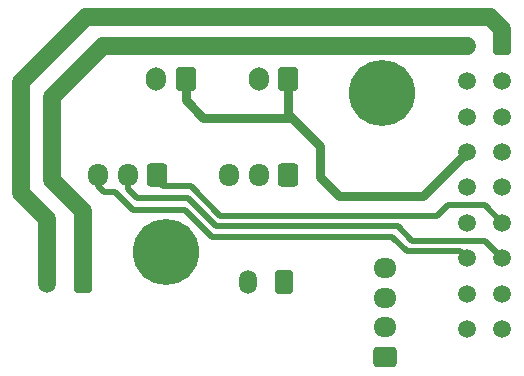
<source format=gbr>
%TF.GenerationSoftware,KiCad,Pcbnew,(6.0.6)*%
%TF.CreationDate,2022-08-05T00:51:14+02:00*%
%TF.ProjectId,toolhead_pcb,746f6f6c-6865-4616-945f-7063622e6b69,rev?*%
%TF.SameCoordinates,Original*%
%TF.FileFunction,Copper,L2,Bot*%
%TF.FilePolarity,Positive*%
%FSLAX46Y46*%
G04 Gerber Fmt 4.6, Leading zero omitted, Abs format (unit mm)*
G04 Created by KiCad (PCBNEW (6.0.6)) date 2022-08-05 00:51:14*
%MOMM*%
%LPD*%
G01*
G04 APERTURE LIST*
G04 Aperture macros list*
%AMRoundRect*
0 Rectangle with rounded corners*
0 $1 Rounding radius*
0 $2 $3 $4 $5 $6 $7 $8 $9 X,Y pos of 4 corners*
0 Add a 4 corners polygon primitive as box body*
4,1,4,$2,$3,$4,$5,$6,$7,$8,$9,$2,$3,0*
0 Add four circle primitives for the rounded corners*
1,1,$1+$1,$2,$3*
1,1,$1+$1,$4,$5*
1,1,$1+$1,$6,$7*
1,1,$1+$1,$8,$9*
0 Add four rect primitives between the rounded corners*
20,1,$1+$1,$2,$3,$4,$5,0*
20,1,$1+$1,$4,$5,$6,$7,0*
20,1,$1+$1,$6,$7,$8,$9,0*
20,1,$1+$1,$8,$9,$2,$3,0*%
G04 Aperture macros list end*
%TA.AperFunction,ComponentPad*%
%ADD10RoundRect,0.250001X0.499999X0.759999X-0.499999X0.759999X-0.499999X-0.759999X0.499999X-0.759999X0*%
%TD*%
%TA.AperFunction,ComponentPad*%
%ADD11O,1.500000X2.020000*%
%TD*%
%TA.AperFunction,ComponentPad*%
%ADD12C,5.600000*%
%TD*%
%TA.AperFunction,ComponentPad*%
%ADD13RoundRect,0.250000X0.600000X0.725000X-0.600000X0.725000X-0.600000X-0.725000X0.600000X-0.725000X0*%
%TD*%
%TA.AperFunction,ComponentPad*%
%ADD14O,1.700000X1.950000*%
%TD*%
%TA.AperFunction,ComponentPad*%
%ADD15RoundRect,0.250000X0.725000X-0.600000X0.725000X0.600000X-0.725000X0.600000X-0.725000X-0.600000X0*%
%TD*%
%TA.AperFunction,ComponentPad*%
%ADD16O,1.950000X1.700000*%
%TD*%
%TA.AperFunction,ComponentPad*%
%ADD17RoundRect,0.250000X0.600000X0.750000X-0.600000X0.750000X-0.600000X-0.750000X0.600000X-0.750000X0*%
%TD*%
%TA.AperFunction,ComponentPad*%
%ADD18O,1.700000X2.000000*%
%TD*%
%TA.AperFunction,ComponentPad*%
%ADD19RoundRect,0.250001X-0.499999X0.499999X-0.499999X-0.499999X0.499999X-0.499999X0.499999X0.499999X0*%
%TD*%
%TA.AperFunction,ComponentPad*%
%ADD20C,1.500000*%
%TD*%
%TA.AperFunction,Conductor*%
%ADD21C,0.508000*%
%TD*%
%TA.AperFunction,Conductor*%
%ADD22C,1.524000*%
%TD*%
%TA.AperFunction,Conductor*%
%ADD23C,0.762000*%
%TD*%
G04 APERTURE END LIST*
D10*
%TO.P,Therm 0,1*%
%TO.N,N/C*%
X92000000Y-102480000D03*
D11*
%TO.P,Therm 0,2*%
X89000000Y-102480000D03*
%TD*%
D12*
%TO.P,REF\u002A\u002A,1*%
%TO.N,N/C*%
X100350000Y-86500000D03*
%TD*%
D13*
%TO.P,Neo Pixel,1*%
%TO.N,N/C*%
X81300000Y-93425000D03*
D14*
%TO.P,Neo Pixel,2*%
X78800000Y-93425000D03*
%TO.P,Neo Pixel,3*%
X76300000Y-93425000D03*
%TD*%
D15*
%TO.P,E-Motor,1*%
%TO.N,N/C*%
X100575000Y-108850000D03*
D16*
%TO.P,E-Motor,2*%
X100575000Y-106350000D03*
%TO.P,E-Motor,3*%
X100575000Y-103850000D03*
%TO.P,E-Motor,4*%
X100575000Y-101350000D03*
%TD*%
D12*
%TO.P,REF\u002A\u002A,1*%
%TO.N,N/C*%
X82000000Y-100000000D03*
%TD*%
D10*
%TO.P,Hotend,1*%
%TO.N,N/C*%
X75000000Y-102430000D03*
D11*
%TO.P,Hotend,2*%
X72000000Y-102430000D03*
%TD*%
D17*
%TO.P,Fan 1,1*%
%TO.N,N/C*%
X92400000Y-85300000D03*
D18*
%TO.P,Fan 1,2*%
X89900000Y-85300000D03*
%TD*%
D19*
%TO.P,Breakbox In,1*%
%TO.N,N/C*%
X110515000Y-82500000D03*
D20*
%TO.P,Breakbox In,2*%
X110515000Y-85500000D03*
%TO.P,Breakbox In,3*%
X110515000Y-88500000D03*
%TO.P,Breakbox In,4*%
X110515000Y-91500000D03*
%TO.P,Breakbox In,5*%
X110515000Y-94500000D03*
%TO.P,Breakbox In,6*%
X110515000Y-97500000D03*
%TO.P,Breakbox In,7*%
X110515000Y-100500000D03*
%TO.P,Breakbox In,8*%
X110515000Y-103500000D03*
%TO.P,Breakbox In,9*%
X110515000Y-106500000D03*
%TO.P,Breakbox In,10*%
X107515000Y-82500000D03*
%TO.P,Breakbox In,11*%
X107515000Y-85500000D03*
%TO.P,Breakbox In,12*%
X107515000Y-88500000D03*
%TO.P,Breakbox In,13*%
X107515000Y-91500000D03*
%TO.P,Breakbox In,14*%
X107515000Y-94500000D03*
%TO.P,Breakbox In,15*%
X107515000Y-97500000D03*
%TO.P,Breakbox In,16*%
X107515000Y-100500000D03*
%TO.P,Breakbox In,17*%
X107515000Y-103500000D03*
%TO.P,Breakbox In,18*%
X107515000Y-106500000D03*
%TD*%
D17*
%TO.P,Fan 0,1*%
%TO.N,N/C*%
X83700000Y-85300000D03*
D18*
%TO.P,Fan 0,2*%
X81200000Y-85300000D03*
%TD*%
D13*
%TO.P,Probe,1*%
%TO.N,N/C*%
X92400000Y-93425000D03*
D14*
%TO.P,Probe,2*%
X89900000Y-93425000D03*
%TO.P,Probe,3*%
X87400000Y-93425000D03*
%TD*%
D21*
%TO.N,*%
X107515000Y-100500000D02*
X106915000Y-99900000D01*
X84150000Y-94400000D02*
X81800000Y-94400000D01*
D22*
X76700000Y-82500000D02*
X72400000Y-86800000D01*
D23*
X103815000Y-95200000D02*
X107515000Y-91500000D01*
D22*
X75300000Y-80100000D02*
X69800000Y-85600000D01*
D21*
X101200000Y-98700000D02*
X85950000Y-98700000D01*
X109015000Y-99000000D02*
X102900000Y-99000000D01*
D22*
X72400000Y-93900000D02*
X75000000Y-96500000D01*
X110515000Y-82500000D02*
X110515000Y-81115000D01*
D23*
X83700000Y-85300000D02*
X83700000Y-87100000D01*
D22*
X69800000Y-95000000D02*
X72000000Y-97200000D01*
X69800000Y-85600000D02*
X69800000Y-95000000D01*
D21*
X86650000Y-96900000D02*
X84150000Y-94400000D01*
D23*
X95100000Y-91000000D02*
X95100000Y-93600000D01*
X92700000Y-88600000D02*
X93000000Y-88900000D01*
D21*
X79209375Y-96400000D02*
X77709375Y-94900000D01*
X109015000Y-96000000D02*
X105900000Y-96000000D01*
X77709375Y-94900000D02*
X76800000Y-94900000D01*
X81300000Y-93900000D02*
X81300000Y-93425000D01*
D23*
X85200000Y-88600000D02*
X92700000Y-88600000D01*
D21*
X101700000Y-97800000D02*
X86300000Y-97800000D01*
X110515000Y-97500000D02*
X109015000Y-96000000D01*
X79600000Y-95400000D02*
X78800000Y-94600000D01*
X105000000Y-96900000D02*
X86650000Y-96900000D01*
D23*
X96700000Y-95200000D02*
X103815000Y-95200000D01*
X92400000Y-85300000D02*
X92400000Y-88300000D01*
X93000000Y-88900000D02*
X95100000Y-91000000D01*
D21*
X110515000Y-100500000D02*
X109015000Y-99000000D01*
D22*
X107515000Y-82500000D02*
X76700000Y-82500000D01*
D21*
X83650000Y-96400000D02*
X79209375Y-96400000D01*
X76800000Y-94900000D02*
X76300000Y-94400000D01*
D23*
X95100000Y-93600000D02*
X96700000Y-95200000D01*
D21*
X106915000Y-99900000D02*
X102400000Y-99900000D01*
D23*
X83700000Y-87100000D02*
X85200000Y-88600000D01*
D22*
X72400000Y-86800000D02*
X72400000Y-93900000D01*
D21*
X105900000Y-96000000D02*
X105000000Y-96900000D01*
X76300000Y-94400000D02*
X76300000Y-93425000D01*
X83900000Y-95400000D02*
X79600000Y-95400000D01*
X86300000Y-97800000D02*
X83900000Y-95400000D01*
X107515000Y-85500000D02*
X107500000Y-85500000D01*
X85950000Y-98700000D02*
X83650000Y-96400000D01*
D22*
X109500000Y-80100000D02*
X75300000Y-80100000D01*
X72000000Y-97200000D02*
X72000000Y-102430000D01*
X110515000Y-81115000D02*
X109500000Y-80100000D01*
D23*
X92400000Y-88300000D02*
X93000000Y-88900000D01*
D22*
X75000000Y-96500000D02*
X75000000Y-102430000D01*
D21*
X102900000Y-99000000D02*
X101700000Y-97800000D01*
X78800000Y-94600000D02*
X78800000Y-93425000D01*
X81800000Y-94400000D02*
X81300000Y-93900000D01*
X102400000Y-99900000D02*
X101200000Y-98700000D01*
%TD*%
M02*

</source>
